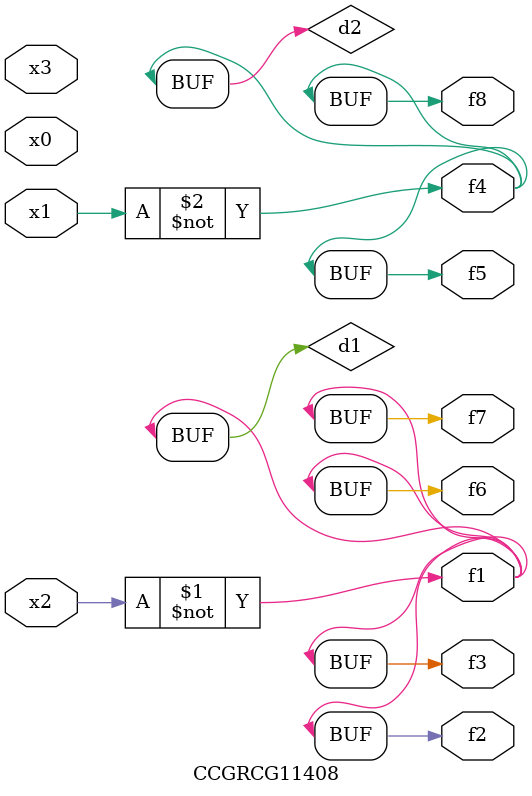
<source format=v>
module CCGRCG11408(
	input x0, x1, x2, x3,
	output f1, f2, f3, f4, f5, f6, f7, f8
);

	wire d1, d2;

	xnor (d1, x2);
	not (d2, x1);
	assign f1 = d1;
	assign f2 = d1;
	assign f3 = d1;
	assign f4 = d2;
	assign f5 = d2;
	assign f6 = d1;
	assign f7 = d1;
	assign f8 = d2;
endmodule

</source>
